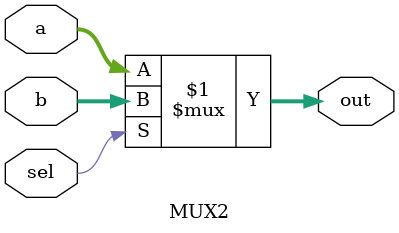
<source format=v>
module MUX2(
    input  [31:0] a,
    input  [31:0] b,
    input        sel,
    output [31:0] out
);
    assign out = (sel) ? b : a;
endmodule

</source>
